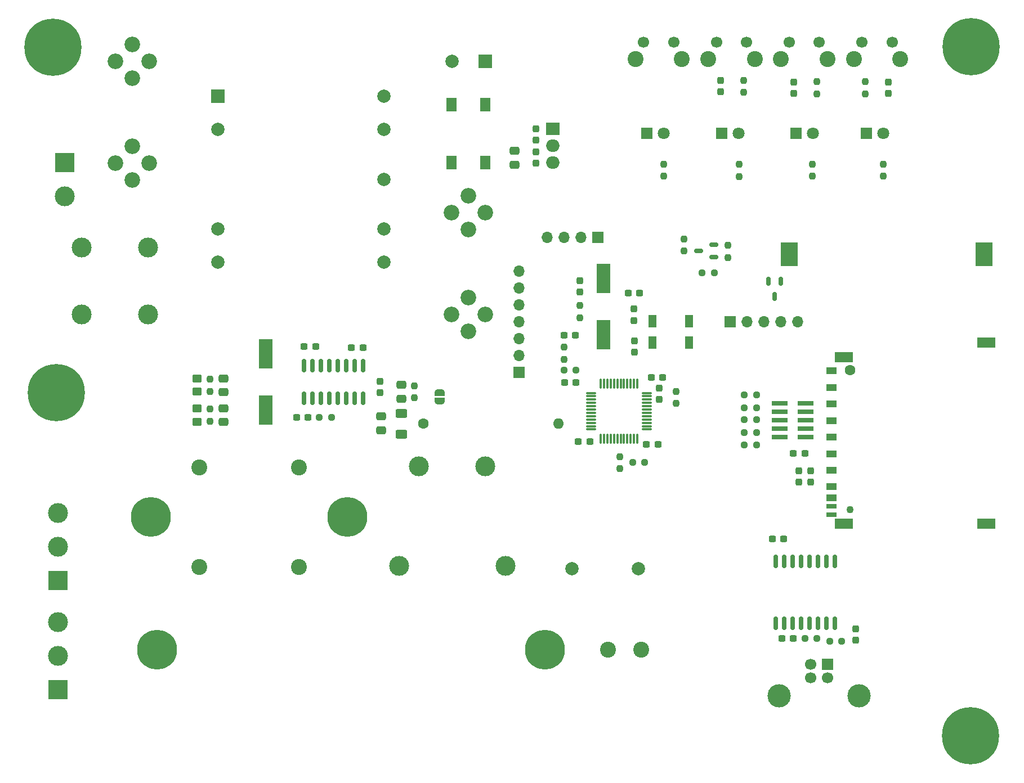
<source format=gbr>
%TF.GenerationSoftware,KiCad,Pcbnew,7.0.1*%
%TF.CreationDate,2023-05-06T23:45:14+02:00*%
%TF.ProjectId,PUE_mainboard,5055455f-6d61-4696-9e62-6f6172642e6b,rev?*%
%TF.SameCoordinates,Original*%
%TF.FileFunction,Soldermask,Top*%
%TF.FilePolarity,Negative*%
%FSLAX46Y46*%
G04 Gerber Fmt 4.6, Leading zero omitted, Abs format (unit mm)*
G04 Created by KiCad (PCBNEW 7.0.1) date 2023-05-06 23:45:14*
%MOMM*%
%LPD*%
G01*
G04 APERTURE LIST*
G04 Aperture macros list*
%AMRoundRect*
0 Rectangle with rounded corners*
0 $1 Rounding radius*
0 $2 $3 $4 $5 $6 $7 $8 $9 X,Y pos of 4 corners*
0 Add a 4 corners polygon primitive as box body*
4,1,4,$2,$3,$4,$5,$6,$7,$8,$9,$2,$3,0*
0 Add four circle primitives for the rounded corners*
1,1,$1+$1,$2,$3*
1,1,$1+$1,$4,$5*
1,1,$1+$1,$6,$7*
1,1,$1+$1,$8,$9*
0 Add four rect primitives between the rounded corners*
20,1,$1+$1,$2,$3,$4,$5,0*
20,1,$1+$1,$4,$5,$6,$7,0*
20,1,$1+$1,$6,$7,$8,$9,0*
20,1,$1+$1,$8,$9,$2,$3,0*%
%AMFreePoly0*
4,1,19,0.500000,-0.750000,0.000000,-0.750000,0.000000,-0.744911,-0.071157,-0.744911,-0.207708,-0.704816,-0.327430,-0.627875,-0.420627,-0.520320,-0.479746,-0.390866,-0.500000,-0.250000,-0.500000,0.250000,-0.479746,0.390866,-0.420627,0.520320,-0.327430,0.627875,-0.207708,0.704816,-0.071157,0.744911,0.000000,0.744911,0.000000,0.750000,0.500000,0.750000,0.500000,-0.750000,0.500000,-0.750000,
$1*%
%AMFreePoly1*
4,1,19,0.000000,0.744911,0.071157,0.744911,0.207708,0.704816,0.327430,0.627875,0.420627,0.520320,0.479746,0.390866,0.500000,0.250000,0.500000,-0.250000,0.479746,-0.390866,0.420627,-0.520320,0.327430,-0.627875,0.207708,-0.704816,0.071157,-0.744911,0.000000,-0.744911,0.000000,-0.750000,-0.500000,-0.750000,-0.500000,0.750000,0.000000,0.750000,0.000000,0.744911,0.000000,0.744911,
$1*%
G04 Aperture macros list end*
%ADD10RoundRect,0.237500X0.300000X0.237500X-0.300000X0.237500X-0.300000X-0.237500X0.300000X-0.237500X0*%
%ADD11RoundRect,0.237500X-0.237500X0.250000X-0.237500X-0.250000X0.237500X-0.250000X0.237500X0.250000X0*%
%ADD12C,3.000000*%
%ADD13RoundRect,0.237500X0.250000X0.237500X-0.250000X0.237500X-0.250000X-0.237500X0.250000X-0.237500X0*%
%ADD14C,1.100000*%
%ADD15C,1.600000*%
%ADD16R,1.500000X1.000000*%
%ADD17R,1.500000X0.700000*%
%ADD18R,2.800000X1.500000*%
%ADD19RoundRect,0.237500X0.237500X-0.250000X0.237500X0.250000X-0.237500X0.250000X-0.237500X-0.250000X0*%
%ADD20RoundRect,0.237500X-0.250000X-0.237500X0.250000X-0.237500X0.250000X0.237500X-0.250000X0.237500X0*%
%ADD21R,1.800000X1.800000*%
%ADD22C,1.800000*%
%ADD23R,3.000000X3.000000*%
%ADD24R,2.600000X3.600000*%
%ADD25C,2.350000*%
%ADD26C,2.400000*%
%ADD27R,2.400000X0.740000*%
%ADD28C,1.700000*%
%ADD29C,0.900000*%
%ADD30C,8.600000*%
%ADD31RoundRect,0.237500X-0.237500X0.300000X-0.237500X-0.300000X0.237500X-0.300000X0.237500X0.300000X0*%
%ADD32RoundRect,0.250000X-0.475000X0.337500X-0.475000X-0.337500X0.475000X-0.337500X0.475000X0.337500X0*%
%ADD33RoundRect,0.250000X0.625000X-0.400000X0.625000X0.400000X-0.625000X0.400000X-0.625000X-0.400000X0*%
%ADD34RoundRect,0.237500X-0.300000X-0.237500X0.300000X-0.237500X0.300000X0.237500X-0.300000X0.237500X0*%
%ADD35RoundRect,0.237500X0.237500X-0.300000X0.237500X0.300000X-0.237500X0.300000X-0.237500X-0.300000X0*%
%ADD36RoundRect,0.150000X0.150000X-0.825000X0.150000X0.825000X-0.150000X0.825000X-0.150000X-0.825000X0*%
%ADD37R,2.000000X1.905000*%
%ADD38O,2.000000X1.905000*%
%ADD39R,2.000000X2.000000*%
%ADD40C,2.000000*%
%ADD41RoundRect,0.150000X0.150000X-0.875000X0.150000X0.875000X-0.150000X0.875000X-0.150000X-0.875000X0*%
%ADD42RoundRect,0.250000X0.475000X-0.337500X0.475000X0.337500X-0.475000X0.337500X-0.475000X-0.337500X0*%
%ADD43RoundRect,0.150000X-0.150000X0.512500X-0.150000X-0.512500X0.150000X-0.512500X0.150000X0.512500X0*%
%ADD44R,1.700000X1.700000*%
%ADD45O,1.700000X1.700000*%
%ADD46RoundRect,0.250000X0.450000X-0.350000X0.450000X0.350000X-0.450000X0.350000X-0.450000X-0.350000X0*%
%ADD47RoundRect,0.075000X-0.075000X0.662500X-0.075000X-0.662500X0.075000X-0.662500X0.075000X0.662500X0*%
%ADD48RoundRect,0.075000X-0.662500X0.075000X-0.662500X-0.075000X0.662500X-0.075000X0.662500X0.075000X0*%
%ADD49R,1.300000X1.900000*%
%ADD50FreePoly0,270.000000*%
%ADD51FreePoly1,270.000000*%
%ADD52R,1.500000X2.000000*%
%ADD53R,2.000000X4.500000*%
%ADD54C,3.500000*%
%ADD55RoundRect,0.150000X0.512500X0.150000X-0.512500X0.150000X-0.512500X-0.150000X0.512500X-0.150000X0*%
%ADD56C,6.000000*%
%ADD57O,1.600000X1.600000*%
G04 APERTURE END LIST*
D10*
%TO.C,C27*%
X163837500Y-141575000D03*
X162112500Y-141575000D03*
%TD*%
D11*
%TO.C,R4*%
X95750000Y-146337500D03*
X95750000Y-148162500D03*
%TD*%
D10*
%TO.C,C20*%
X185212500Y-153000000D03*
X183487500Y-153000000D03*
%TD*%
D12*
%TO.C,TR1*%
X124160000Y-169940000D03*
X140160000Y-169940000D03*
X137160000Y-154940000D03*
X127160000Y-154940000D03*
%TD*%
D13*
%TO.C,R11*%
X161112500Y-154400000D03*
X159287500Y-154400000D03*
%TD*%
D14*
%TO.C,J8*%
X192025000Y-161450000D03*
D15*
X192025000Y-140450000D03*
D16*
X189225000Y-143075000D03*
X189225000Y-145575000D03*
X189225000Y-148075000D03*
X189225000Y-150575000D03*
X189225000Y-153075000D03*
X189225000Y-155575000D03*
X189225000Y-158005000D03*
X189225000Y-159705000D03*
X189225000Y-140575000D03*
D17*
X189225000Y-161005000D03*
X189225000Y-162205000D03*
D18*
X191025000Y-163600000D03*
X212525000Y-163600000D03*
X191025000Y-138500000D03*
X212525000Y-136300000D03*
%TD*%
D19*
%TO.C,R27*%
X186300000Y-111312500D03*
X186300000Y-109487500D03*
%TD*%
%TO.C,R13*%
X187000000Y-98912500D03*
X187000000Y-97087500D03*
%TD*%
D10*
%TO.C,C8*%
X118745000Y-137095000D03*
X117020000Y-137095000D03*
%TD*%
D20*
%TO.C,R20*%
X176112500Y-147950000D03*
X177937500Y-147950000D03*
%TD*%
D21*
%TO.C,D5*%
X183860000Y-104800000D03*
D22*
X186400000Y-104800000D03*
%TD*%
D23*
%TO.C,J1*%
X72850000Y-188600000D03*
D12*
X72850000Y-183520000D03*
X72850000Y-178440000D03*
%TD*%
D24*
%TO.C,BT1*%
X182850000Y-123000000D03*
X212150000Y-123000000D03*
%TD*%
D25*
%TO.C,F2*%
X134620000Y-134620000D03*
X132080000Y-132080000D03*
X137160000Y-132080000D03*
X134620000Y-129540000D03*
X134620000Y-119300000D03*
X132080000Y-116760000D03*
X137160000Y-116760000D03*
X134620000Y-114220000D03*
%TD*%
D19*
%TO.C,R10*%
X157400000Y-155312500D03*
X157400000Y-153487500D03*
%TD*%
D26*
%TO.C,R31*%
X160550000Y-182600000D03*
X155550000Y-182600000D03*
%TD*%
D11*
%TO.C,R29*%
X173640000Y-121700000D03*
X173640000Y-123525000D03*
%TD*%
D27*
%TO.C,J6*%
X185300000Y-150540000D03*
X181400000Y-150540000D03*
X185300000Y-149270000D03*
X181400000Y-149270000D03*
X185300000Y-148000000D03*
X181400000Y-148000000D03*
X185300000Y-146730000D03*
X181400000Y-146730000D03*
X185300000Y-145460000D03*
X181400000Y-145460000D03*
%TD*%
D26*
%TO.C,SW2*%
X170660002Y-93650000D03*
X177660002Y-93650000D03*
D28*
X171910002Y-91150000D03*
X176410002Y-91150000D03*
%TD*%
D29*
%TO.C,H3*%
X206975000Y-91825000D03*
X207919581Y-89544581D03*
X207919581Y-94105419D03*
X210200000Y-88600000D03*
D30*
X210200000Y-91825000D03*
D29*
X210200000Y-95050000D03*
X212480419Y-89544581D03*
X212480419Y-94105419D03*
X213425000Y-91825000D03*
%TD*%
D31*
%TO.C,C17*%
X192830000Y-179397500D03*
X192830000Y-181122500D03*
%TD*%
D29*
%TO.C,H2*%
X206894581Y-195519581D03*
X207839162Y-193239162D03*
X207839162Y-197800000D03*
X210119581Y-192294581D03*
D30*
X210119581Y-195519581D03*
D29*
X210119581Y-198744581D03*
X212400000Y-193239162D03*
X212400000Y-197800000D03*
X213344581Y-195519581D03*
%TD*%
D32*
%TO.C,C4*%
X97750000Y-141712500D03*
X97750000Y-143787500D03*
%TD*%
D33*
%TO.C,R6*%
X124500000Y-150100000D03*
X124500000Y-147000000D03*
%TD*%
D34*
%TO.C,C15*%
X181712500Y-180850000D03*
X183437500Y-180850000D03*
%TD*%
D25*
%TO.C,F3*%
X84020000Y-111825000D03*
X81480000Y-109285000D03*
X86560000Y-109285000D03*
X84020000Y-106745000D03*
X84020000Y-96505000D03*
X81480000Y-93965000D03*
X86560000Y-93965000D03*
X84020000Y-91425000D03*
%TD*%
D31*
%TO.C,C32*%
X184300000Y-155625000D03*
X184300000Y-157350000D03*
%TD*%
D20*
%TO.C,R30*%
X169727500Y-125812500D03*
X171552500Y-125812500D03*
%TD*%
D35*
%TO.C,C10*%
X144750000Y-109362500D03*
X144750000Y-107637500D03*
%TD*%
D19*
%TO.C,R12*%
X176000000Y-98662500D03*
X176000000Y-96837500D03*
%TD*%
D36*
%TO.C,U1*%
X109855000Y-144715000D03*
X111125000Y-144715000D03*
X112395000Y-144715000D03*
X113665000Y-144715000D03*
X114935000Y-144715000D03*
X116205000Y-144715000D03*
X117475000Y-144715000D03*
X118745000Y-144715000D03*
X118745000Y-139765000D03*
X117475000Y-139765000D03*
X116205000Y-139765000D03*
X114935000Y-139765000D03*
X113665000Y-139765000D03*
X112395000Y-139765000D03*
X111125000Y-139765000D03*
X109855000Y-139765000D03*
%TD*%
D31*
%TO.C,C2*%
X121285000Y-142175000D03*
X121285000Y-143900000D03*
%TD*%
D20*
%TO.C,FB1*%
X148962500Y-140500000D03*
X150787500Y-140500000D03*
%TD*%
D19*
%TO.C,R9*%
X164000000Y-111312500D03*
X164000000Y-109487500D03*
%TD*%
D29*
%TO.C,H4*%
X69400000Y-143850000D03*
X70344581Y-141569581D03*
X70344581Y-146130419D03*
X72625000Y-140625000D03*
D30*
X72625000Y-143850000D03*
D29*
X72625000Y-147075000D03*
X74905419Y-141569581D03*
X74905419Y-146130419D03*
X75850000Y-143850000D03*
%TD*%
D23*
%TO.C,J2*%
X72850000Y-172150000D03*
D12*
X72850000Y-167070000D03*
X72850000Y-161990000D03*
%TD*%
D37*
%TO.C,U3*%
X147320000Y-104140000D03*
D38*
X147320000Y-106680000D03*
X147320000Y-109220000D03*
%TD*%
D10*
%TO.C,C5*%
X111612500Y-136950000D03*
X109887500Y-136950000D03*
%TD*%
D34*
%TO.C,C21*%
X158649500Y-128905000D03*
X160374500Y-128905000D03*
%TD*%
D21*
%TO.C,D6*%
X194460000Y-104800000D03*
D22*
X197000000Y-104800000D03*
%TD*%
D39*
%TO.C,T3*%
X96920000Y-99260000D03*
D40*
X96920000Y-104260000D03*
X96920000Y-119260000D03*
X96920000Y-124260000D03*
X121920000Y-124260000D03*
X121920000Y-119260000D03*
X121920000Y-111760000D03*
X121920000Y-104260000D03*
X121920000Y-99260000D03*
%TD*%
D41*
%TO.C,U4*%
X180790000Y-178587500D03*
X182060000Y-178587500D03*
X183330000Y-178587500D03*
X184600000Y-178587500D03*
X185870000Y-178587500D03*
X187140000Y-178587500D03*
X188410000Y-178587500D03*
X189680000Y-178587500D03*
X189680000Y-169287500D03*
X188410000Y-169287500D03*
X187140000Y-169287500D03*
X185870000Y-169287500D03*
X184600000Y-169287500D03*
X183330000Y-169287500D03*
X182060000Y-169287500D03*
X180790000Y-169287500D03*
%TD*%
D42*
%TO.C,C6*%
X124500000Y-144787500D03*
X124500000Y-142712500D03*
%TD*%
D13*
%TO.C,R14*%
X190742500Y-181260000D03*
X188917500Y-181260000D03*
%TD*%
D31*
%TO.C,C26*%
X186100000Y-155625000D03*
X186100000Y-157350000D03*
%TD*%
D34*
%TO.C,C13*%
X180312500Y-165875000D03*
X182037500Y-165875000D03*
%TD*%
D26*
%TO.C,SW1*%
X159710000Y-93650000D03*
X166710000Y-93650000D03*
D28*
X160960000Y-91150000D03*
X165460000Y-91150000D03*
%TD*%
D31*
%TO.C,C18*%
X197750000Y-97137500D03*
X197750000Y-98862500D03*
%TD*%
D42*
%TO.C,C9*%
X141500000Y-109537500D03*
X141500000Y-107462500D03*
%TD*%
D39*
%TO.C,C12*%
X137160000Y-93980000D03*
D40*
X132160000Y-93980000D03*
%TD*%
D31*
%TO.C,C11*%
X144750000Y-104137500D03*
X144750000Y-105862500D03*
%TD*%
D43*
%TO.C,D3*%
X181625000Y-127112500D03*
X179725000Y-127112500D03*
X180675000Y-129387500D03*
%TD*%
D42*
%TO.C,C7*%
X121500000Y-149537500D03*
X121500000Y-147462500D03*
%TD*%
D31*
%TO.C,C16*%
X183500000Y-97137500D03*
X183500000Y-98862500D03*
%TD*%
D10*
%TO.C,C29*%
X163112500Y-151650000D03*
X161387500Y-151650000D03*
%TD*%
D20*
%TO.C,R18*%
X176087500Y-149850000D03*
X177912500Y-149850000D03*
%TD*%
D26*
%TO.C,SW3*%
X181610004Y-93650000D03*
X188610004Y-93650000D03*
D28*
X182860004Y-91150000D03*
X187360004Y-91150000D03*
%TD*%
D26*
%TO.C,SW5*%
X192560006Y-93650000D03*
X199560006Y-93650000D03*
D28*
X193810006Y-91150000D03*
X198310006Y-91150000D03*
%TD*%
D11*
%TO.C,R24*%
X148971000Y-137009500D03*
X148971000Y-138834500D03*
%TD*%
D21*
%TO.C,D4*%
X172725000Y-104800000D03*
D22*
X175265000Y-104800000D03*
%TD*%
D44*
%TO.C,J9*%
X154080000Y-120500000D03*
D45*
X151540000Y-120500000D03*
X149000000Y-120500000D03*
X146460000Y-120500000D03*
%TD*%
D20*
%TO.C,R15*%
X185187500Y-180850000D03*
X187012500Y-180850000D03*
%TD*%
D46*
%TO.C,R2*%
X93750000Y-148250000D03*
X93750000Y-146250000D03*
%TD*%
D47*
%TO.C,U5*%
X160000000Y-142500000D03*
X159500000Y-142500000D03*
X159000000Y-142500000D03*
X158500000Y-142500000D03*
X158000000Y-142500000D03*
X157500000Y-142500000D03*
X157000000Y-142500000D03*
X156500000Y-142500000D03*
X156000000Y-142500000D03*
X155500000Y-142500000D03*
X155000000Y-142500000D03*
X154500000Y-142500000D03*
D48*
X153087500Y-143912500D03*
X153087500Y-144412500D03*
X153087500Y-144912500D03*
X153087500Y-145412500D03*
X153087500Y-145912500D03*
X153087500Y-146412500D03*
X153087500Y-146912500D03*
X153087500Y-147412500D03*
X153087500Y-147912500D03*
X153087500Y-148412500D03*
X153087500Y-148912500D03*
X153087500Y-149412500D03*
D47*
X154500000Y-150825000D03*
X155000000Y-150825000D03*
X155500000Y-150825000D03*
X156000000Y-150825000D03*
X156500000Y-150825000D03*
X157000000Y-150825000D03*
X157500000Y-150825000D03*
X158000000Y-150825000D03*
X158500000Y-150825000D03*
X159000000Y-150825000D03*
X159500000Y-150825000D03*
X160000000Y-150825000D03*
D48*
X161412500Y-149412500D03*
X161412500Y-148912500D03*
X161412500Y-148412500D03*
X161412500Y-147912500D03*
X161412500Y-147412500D03*
X161412500Y-146912500D03*
X161412500Y-146412500D03*
X161412500Y-145912500D03*
X161412500Y-145412500D03*
X161412500Y-144912500D03*
X161412500Y-144412500D03*
X161412500Y-143912500D03*
%TD*%
D46*
%TO.C,R3*%
X93750000Y-143710000D03*
X93750000Y-141710000D03*
%TD*%
D44*
%TO.C,J7*%
X174000000Y-133200000D03*
D45*
X176540000Y-133200000D03*
X179080000Y-133200000D03*
X181620000Y-133200000D03*
X184160000Y-133200000D03*
%TD*%
D19*
%TO.C,R16*%
X194250000Y-98912500D03*
X194250000Y-97087500D03*
%TD*%
D29*
%TO.C,H1*%
X68894581Y-91919581D03*
X69839162Y-89639162D03*
X69839162Y-94200000D03*
X72119581Y-88694581D03*
D30*
X72119581Y-91919581D03*
D29*
X72119581Y-95144581D03*
X74400000Y-89639162D03*
X74400000Y-94200000D03*
X75344581Y-91919581D03*
%TD*%
D35*
%TO.C,C30*%
X163322000Y-144880500D03*
X163322000Y-143155500D03*
%TD*%
D49*
%TO.C,Y3*%
X162250000Y-136322500D03*
X167750000Y-136322500D03*
X167750000Y-133122500D03*
X162250000Y-133122500D03*
%TD*%
D34*
%TO.C,C25*%
X148997500Y-135255000D03*
X150722500Y-135255000D03*
%TD*%
D20*
%TO.C,R19*%
X176087500Y-151750000D03*
X177912500Y-151750000D03*
%TD*%
D31*
%TO.C,C14*%
X172500000Y-96887500D03*
X172500000Y-98612500D03*
%TD*%
D23*
%TO.C,J3*%
X73860000Y-109220000D03*
D12*
X73860000Y-114300000D03*
%TD*%
D50*
%TO.C,JP1*%
X130302000Y-143861000D03*
D51*
X130302000Y-145161000D03*
%TD*%
D52*
%TO.C,D2*%
X137160000Y-100480000D03*
X132060000Y-100480000D03*
X132060000Y-109220000D03*
X137160000Y-109220000D03*
%TD*%
D21*
%TO.C,D1*%
X161460000Y-104800000D03*
D22*
X164000000Y-104800000D03*
%TD*%
D10*
%TO.C,C28*%
X152862500Y-151200000D03*
X151137500Y-151200000D03*
%TD*%
D11*
%TO.C,R25*%
X167050000Y-120737500D03*
X167050000Y-122562500D03*
%TD*%
D53*
%TO.C,Y1*%
X104140000Y-137990000D03*
X104140000Y-146490000D03*
%TD*%
D19*
%TO.C,R5*%
X95750000Y-143662500D03*
X95750000Y-141837500D03*
%TD*%
D44*
%TO.C,J4*%
X188600000Y-184800000D03*
D28*
X186100000Y-184800000D03*
X186100000Y-186800000D03*
X188600000Y-186800000D03*
D54*
X193370000Y-189510000D03*
X181330000Y-189510000D03*
%TD*%
D19*
%TO.C,R26*%
X175300000Y-111325000D03*
X175300000Y-109500000D03*
%TD*%
%TO.C,R8*%
X126500000Y-144662500D03*
X126500000Y-142837500D03*
%TD*%
D40*
%TO.C,C19*%
X160200000Y-170350000D03*
X150200000Y-170350000D03*
%TD*%
D20*
%TO.C,R17*%
X176087500Y-144225000D03*
X177912500Y-144225000D03*
%TD*%
D53*
%TO.C,Y2*%
X154940000Y-135187000D03*
X154940000Y-126687000D03*
%TD*%
D35*
%TO.C,C23*%
X159550000Y-137812500D03*
X159550000Y-136087500D03*
%TD*%
D19*
%TO.C,R23*%
X151384000Y-132611500D03*
X151384000Y-130786500D03*
%TD*%
D35*
%TO.C,C24*%
X159500000Y-133000000D03*
X159500000Y-131275000D03*
%TD*%
D34*
%TO.C,C1*%
X108737500Y-147600000D03*
X110462500Y-147600000D03*
%TD*%
D19*
%TO.C,R28*%
X197000000Y-111312500D03*
X197000000Y-109487500D03*
%TD*%
D20*
%TO.C,R1*%
X112187500Y-147600000D03*
X114012500Y-147600000D03*
%TD*%
D19*
%TO.C,R22*%
X165875000Y-145487500D03*
X165875000Y-143662500D03*
%TD*%
D44*
%TO.C,J10*%
X142200000Y-140825000D03*
D45*
X142200000Y-138285000D03*
X142200000Y-135745000D03*
X142200000Y-133205000D03*
X142200000Y-130665000D03*
X142200000Y-128125000D03*
X142200000Y-125585000D03*
%TD*%
D55*
%TO.C,Q1*%
X171467500Y-123482500D03*
X171467500Y-121582500D03*
X169192500Y-122532500D03*
%TD*%
D35*
%TO.C,C22*%
X151384000Y-128751500D03*
X151384000Y-127026500D03*
%TD*%
D56*
%TO.C,F1*%
X146150000Y-182600000D03*
X87750000Y-182600000D03*
%TD*%
D12*
%TO.C,SW4*%
X86417500Y-122062500D03*
X76417500Y-122062500D03*
X86417500Y-132062500D03*
X76417500Y-132062500D03*
%TD*%
D15*
%TO.C,R7*%
X127840000Y-148500000D03*
D57*
X148160000Y-148500000D03*
%TD*%
D32*
%TO.C,C3*%
X97750000Y-146212500D03*
X97750000Y-148287500D03*
%TD*%
D20*
%TO.C,R21*%
X176112500Y-146150000D03*
X177937500Y-146150000D03*
%TD*%
D26*
%TO.C,T2*%
X109100000Y-155122500D03*
X94100000Y-155122500D03*
X94100000Y-170122500D03*
X109100000Y-170122500D03*
D56*
X86850000Y-162622500D03*
X116350000Y-162622500D03*
%TD*%
D34*
%TO.C,C31*%
X149062500Y-142375000D03*
X150787500Y-142375000D03*
%TD*%
M02*

</source>
